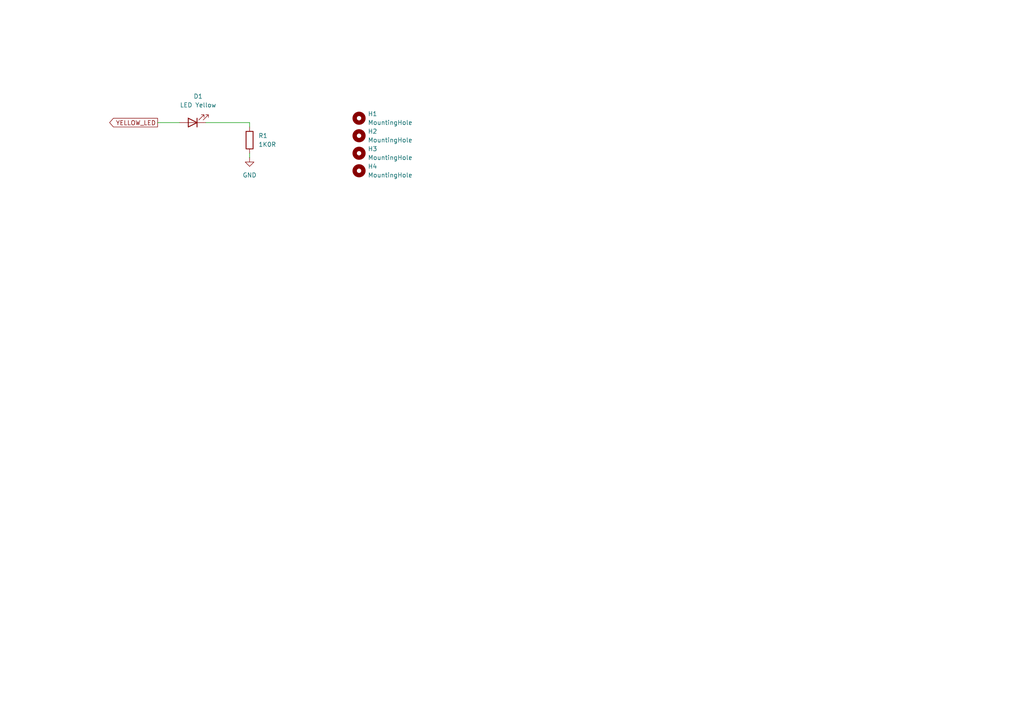
<source format=kicad_sch>
(kicad_sch (version 20231120) (generator "eeschema") (generator_version "8.0")
  (paper "A4")
  (title_block (date "2024-09-06") (rev "Tokyo") (company "CUHAR"))
  (lib_symbols
    (symbol "Device:LED" (pin_numbers hide) (pin_names (offset 1.016) hide)
      (property "Reference" "D" (at 0 2.54 0))
      (property "Value" "LED" (at 0 -2.54 0))
      (symbol "LED_0_1"
        (polyline (pts (xy -1.27 -1.27) (xy -1.27 1.27)) (stroke (width 0.254)))
        (polyline (pts (xy -1.27 0) (xy 1.27 0)))
        (polyline (pts (xy 1.27 -1.27) (xy 1.27 1.27) (xy -1.27 0) (xy 1.27 -1.27)) (stroke (width 0.254)))
        (polyline (pts (xy -3.048 -0.762) (xy -4.572 -2.286) (xy -3.81 -2.286) (xy -4.572 -2.286) (xy -4.572 -1.524)))
        (polyline (pts (xy -1.778 -0.762) (xy -3.302 -2.286) (xy -2.54 -2.286) (xy -3.302 -2.286) (xy -3.302 -1.524)))
      )
      (symbol "LED_1_1"
        (pin passive line (at -3.81 0 0) (length 2.54) (name "K") (number "1"))
        (pin passive line (at 3.81 0 180) (length 2.54) (name "A") (number "2"))
      )
    )
    (symbol "Device:R" (pin_numbers hide) (pin_names (offset 0))
      (property "Reference" "R" (at 2.032 0 90))
      (property "Value" "R" (at 0 0 90))
      (symbol "R_0_1"
        (rectangle (start -1.016 -2.54) (end 1.016 2.54) (stroke (width 0.254)))
      )
      (symbol "R_1_1"
        (pin passive line (at 0 3.81 270) (length 1.27) (name "~") (number "1"))
        (pin passive line (at 0 -3.81 90) (length 1.27) (name "~") (number "2"))
      )
    )
    (symbol "Mechanical:MountingHole" (pin_names (offset 1.016)) (exclude_from_sim yes) (in_bom no)
      (property "Reference" "H" (at 0 5.08 0))
      (property "Value" "MountingHole" (at 0 3.175 0))
      (symbol "MountingHole_0_1"
        (circle (center 0 0) (radius 1.27) (stroke (width 1.27)))
      )
    )
    (symbol "power:GND" (power) (pin_numbers hide) (pin_names (offset 0) hide)
      (property "Value" "GND" (at 0 -3.81 0))
      (symbol "GND_0_1"
        (polyline (pts (xy 0 0) (xy 0 -1.27) (xy 1.27 -1.27) (xy 0 -2.54) (xy -1.27 -1.27) (xy 0 -1.27)))
      )
      (symbol "GND_1_1"
        (pin power_in line (at 0 0 270) (length 0) (name "~") (number "1"))
      )
    )
  )
  (wire (pts (xy 72.39 35.56) (xy 72.39 36.83)))
  (wire (pts (xy 72.39 44.45) (xy 72.39 45.72)))
  (wire (pts (xy 72.39 35.56) (xy 59.69 35.56)))
  (wire (pts (xy 45.72 35.56) (xy 52.07 35.56)))
  (global_label "YELLOW_LED" (shape output) (at 45.72 35.56 180) (property "Intersheetrefs" "${INTERSHEET_REFS}" (effects (hide yes))))
  (symbol (lib_id "Mechanical:MountingHole") (at 104.14 34.29 0) (unit 1) (exclude_from_sim yes) (in_bom no)
    (property "Reference" "H1" (at 106.68 33.0199 0) (effects (justify left)))
    (property "Value" "MountingHole" (at 106.68 35.5599 0) (effects (justify left)))
    (property "Footprint" "MountingHole:MountingHole_3.2mm_M3" (effects (hide yes)))
    (property "Description" "Mounting Hole without connection" (effects (hide yes)))
  )
  (symbol (lib_id "Mechanical:MountingHole") (at 104.14 44.45 0) (unit 1) (exclude_from_sim yes) (in_bom no)
    (property "Reference" "H3" (at 106.68 43.1799 0) (effects (justify left)))
    (property "Value" "MountingHole" (at 106.68 45.7199 0) (effects (justify left)))
    (property "Footprint" "MountingHole:MountingHole_3.2mm_M3" (effects (hide yes)))
    (property "Description" "Mounting Hole without connection" (effects (hide yes)))
  )
  (symbol (lib_id "Device:R") (at 72.39 40.64 0) (unit 1)
    (property "Reference" "R1" (at 74.93 39.3699 0) (effects (justify left)))
    (property "Value" "1K0R" (at 74.93 41.9099 0) (effects (justify left)))
    (property "Footprint" "Resistor_SMD:R_0402_1005Metric" (effects (hide yes)))
    (property "Description" "Resistor" (effects (hide yes)))
  )
  (symbol (lib_id "power:GND") (at 72.39 45.72 0) (unit 1)
    (property "Reference" "#PWR05" (effects (hide yes)))
    (property "Value" "GND" (at 72.39 50.8 0))
    (property "Description" "Power symbol creates a global label with name \"GND\" , ground" (effects (hide yes)))
  )
  (symbol (lib_id "Mechanical:MountingHole") (at 104.14 49.53 0) (unit 1) (exclude_from_sim yes) (in_bom no)
    (property "Reference" "H4" (at 106.68 48.2599 0) (effects (justify left)))
    (property "Value" "MountingHole" (at 106.68 50.7999 0) (effects (justify left)))
    (property "Footprint" "MountingHole:MountingHole_3.2mm_M3" (effects (hide yes)))
    (property "Description" "Mounting Hole without connection" (effects (hide yes)))
  )
  (symbol (lib_id "Mechanical:MountingHole") (at 104.14 39.37 0) (unit 1) (exclude_from_sim yes) (in_bom no)
    (property "Reference" "H2" (at 106.68 38.0999 0) (effects (justify left)))
    (property "Value" "MountingHole" (at 106.68 40.6399 0) (effects (justify left)))
    (property "Footprint" "MountingHole:MountingHole_3.2mm_M3" (effects (hide yes)))
    (property "Description" "Mounting Hole without connection" (effects (hide yes)))
  )
  (symbol (lib_id "Device:LED") (at 55.88 35.56 180) (unit 1)
    (property "Reference" "D1" (at 57.4675 27.94 0))
    (property "Value" "LED Yellow" (at 57.4675 30.48 0))
    (property "Footprint" "LED_SMD:LED_0603_1608Metric" (effects (hide yes)))
    (property "Description" "Light emitting diode" (effects (hide yes)))
  )
)
</source>
